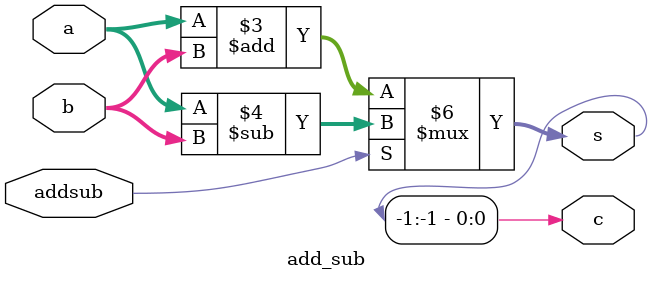
<source format=v>
/* fractional divider
ACA course Oct 2012
Ramyad Hadidi - 88109971
latency=no+2 clk
*/

`timescale 1ns/1ns

module frac_divider
	#(
		parameter ni = 32,		//number of inputs fractional bits
		parameter no = 40		// number of output fractional bits after point
	)
	(
		input 				 clk,				//system clock, posedge
		input 			     start,				//start divideing also sample inputs
		input 		[-1:-ni] a,					// dividend, in fractional format: 0.a[-1] ... a[-ni]
		input 		[-1:-ni] b,					// divisor, in fractional format:  0.b[-1] ... b[-ni]
		output reg	[0:-no]  q					// quotient: q[0].q[-1] ... q[-no] = a / b
	);
	
	//inital for HW
				  	initial
				  	begin
					   	$display("ACA Project3 \n Ramyad Hadidi-88109971");
				  	end
	
	//vars
		reg	 [0:-ni]	A;
		reg	 [-1:-ni]	B;
		reg	 [0:-no]  	Q;
		wire [0:-ni] 	s;
		wire			c;
		reg	 [5:0]		count;
				
	//CODE
	//clocked part
	always @(posedge clk)
	begin
		if (start) begin //in the start we subtract two input and then  X2result and save them, this saves time(1clk)
						 //if area is important use frac_divider_43clk.v. latency=no+3
				{Q[-no],A[0:-ni+1]}<={1'b0,a}-{1'b0,b};
				A[-ni]<=1'b0;
				B<=b;
				count<=5'b0;
			end
		else if (A==0) begin	//if A==0 there is no reminder and we should stop
				Q<={Q[-1:(-no)],1'b1};
				count<=count+1'b1;
				if(count==6'd40)
					q<=~Q;
				else if (count ==0)
					count<=6'b0;
			end
		else if (count==6'd40)	//time to register output
		      q<=~Q;
		else begin	//x2 result, save 1bit of answer with shifting
				A<=s<<1;
				Q<={Q[0:(-no)],c};
				count<=count+1'b1;
			end
	end
	
	//add_sub & control for add or sub
	defparam add_sub_1.w=(ni+1);
	add_sub add_sub_1(.addsub(~Q[-no]), .a(A), .b({1'b0,B}), .s(s), .c(c));
		
endmodule

//-----------------------------------------------------
//add/sub module (add or sub is defined by an input)
//do not use in other codes
module add_sub
	#(
		parameter w = 33
	)
	(
		input 					addsub,
		input 			[-1:-w] a,
		input 			[-1:-w] b,
		output reg		[-1:-w] s,
		output  				c
	);
	
	always@(addsub,a,b)
	begin

		if(addsub==0)
		s=a+b;
		else //(addsub==1)
		s=a-b;
	end
	
	assign c=s[-1];
	
endmodule

	
</source>
